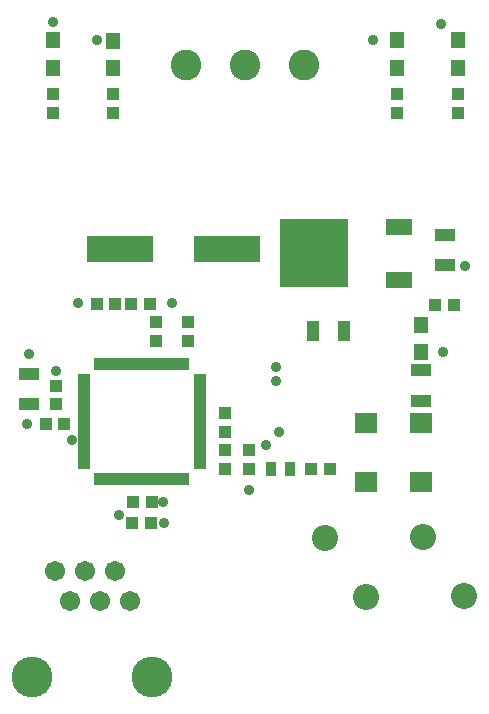
<source format=gts>
%FSLAX44Y44*%
%MOMM*%
G71*
G01*
G75*
G04 Layer_Color=8388736*
%ADD10R,0.9000X0.8000*%
%ADD11R,0.8000X0.9000*%
%ADD12R,1.5000X0.8000*%
%ADD13R,0.8000X1.5000*%
%ADD14R,1.6800X1.5600*%
%ADD15R,0.7000X0.9500*%
%ADD16R,0.8000X0.8000*%
%ADD17R,0.8000X0.8000*%
%ADD18R,5.6000X5.6000*%
%ADD19R,2.0000X1.2000*%
%ADD20R,5.5000X2.0000*%
%ADD21R,0.8500X0.3000*%
%ADD22R,0.3000X0.8500*%
%ADD23R,1.1000X1.2500*%
%ADD24C,1.0000*%
%ADD25C,0.5080*%
%ADD26C,0.2540*%
%ADD27C,0.5000*%
%ADD28C,2.0000*%
%ADD29C,3.2500*%
%ADD30C,1.5000*%
%ADD31C,2.4000*%
%ADD32C,0.7000*%
%ADD33C,0.7100*%
%ADD34C,0.2000*%
%ADD35C,0.1000*%
%ADD36C,0.2500*%
%ADD37C,0.1800*%
%ADD38C,0.3000*%
%ADD39R,1.1032X1.0032*%
%ADD40R,1.0032X1.1032*%
%ADD41R,1.7032X1.0032*%
%ADD42R,1.0032X1.7032*%
%ADD43R,1.8832X1.7632*%
%ADD44R,0.9032X1.1532*%
%ADD45R,1.0032X1.0032*%
%ADD46R,1.0032X1.0032*%
%ADD47R,5.8032X5.8032*%
%ADD48R,2.2032X1.4032*%
%ADD49R,5.7032X2.2032*%
%ADD50R,1.0532X0.5032*%
%ADD51R,0.5032X1.0532*%
%ADD52R,1.3032X1.4532*%
%ADD53C,2.2032*%
%ADD54C,3.4532*%
%ADD55C,1.7032*%
%ADD56C,2.6032*%
%ADD57C,0.9032*%
%ADD58C,0.9132*%
D39*
X126500Y307000D02*
D03*
Y323000D02*
D03*
X185250Y246250D02*
D03*
Y230250D02*
D03*
X153500Y307000D02*
D03*
Y323000D02*
D03*
X185250Y198750D02*
D03*
Y214750D02*
D03*
X41750Y253250D02*
D03*
Y269250D02*
D03*
X205000Y198750D02*
D03*
Y214750D02*
D03*
D40*
X122250Y153000D02*
D03*
X106250D02*
D03*
X49000Y236250D02*
D03*
X33000D02*
D03*
X121250Y338500D02*
D03*
X105250D02*
D03*
X76250D02*
D03*
X92250D02*
D03*
X258000Y198750D02*
D03*
X274000D02*
D03*
D41*
X19250Y279250D02*
D03*
X19250Y253250D02*
D03*
X351000Y282000D02*
D03*
X351000Y256000D02*
D03*
X371000Y371000D02*
D03*
X371000Y397000D02*
D03*
D42*
X285500Y315750D02*
D03*
X259500Y315750D02*
D03*
D43*
X351000Y187750D02*
D03*
Y237750D02*
D03*
X304250Y187750D02*
D03*
Y237750D02*
D03*
D44*
X240000Y198750D02*
D03*
X223500D02*
D03*
D45*
X382270Y500000D02*
D03*
Y516000D02*
D03*
X330200Y500000D02*
D03*
Y516000D02*
D03*
X90170Y500000D02*
D03*
Y516000D02*
D03*
X39370Y500000D02*
D03*
Y516000D02*
D03*
D46*
X122750Y170250D02*
D03*
X106750D02*
D03*
X378500Y337000D02*
D03*
X362500D02*
D03*
D47*
X260250Y381250D02*
D03*
D48*
X332250Y403750D02*
D03*
Y358750D02*
D03*
D49*
X186250Y384500D02*
D03*
X96250D02*
D03*
D50*
X65300Y201260D02*
D03*
Y206260D02*
D03*
Y211260D02*
D03*
Y216260D02*
D03*
Y221260D02*
D03*
Y226260D02*
D03*
Y231260D02*
D03*
Y236260D02*
D03*
Y241260D02*
D03*
Y246260D02*
D03*
Y251260D02*
D03*
Y256260D02*
D03*
Y261260D02*
D03*
Y266260D02*
D03*
Y271260D02*
D03*
Y276260D02*
D03*
X163800D02*
D03*
Y271260D02*
D03*
Y266260D02*
D03*
Y261260D02*
D03*
Y256260D02*
D03*
Y251260D02*
D03*
Y246260D02*
D03*
Y241260D02*
D03*
Y236260D02*
D03*
Y231260D02*
D03*
Y226260D02*
D03*
Y221260D02*
D03*
Y216260D02*
D03*
Y211260D02*
D03*
Y206260D02*
D03*
Y201260D02*
D03*
D51*
X76800Y287760D02*
D03*
X81800Y287760D02*
D03*
X86800D02*
D03*
X91800D02*
D03*
X96800D02*
D03*
X101800D02*
D03*
X106800D02*
D03*
X111800D02*
D03*
X116800D02*
D03*
X121800D02*
D03*
X126800D02*
D03*
X131800D02*
D03*
X136800D02*
D03*
X141800D02*
D03*
X146800D02*
D03*
X151800D02*
D03*
X151800Y189760D02*
D03*
X146800D02*
D03*
X141800D02*
D03*
X136800D02*
D03*
X131800D02*
D03*
X126800D02*
D03*
X121800D02*
D03*
X116800D02*
D03*
X111800D02*
D03*
X106800D02*
D03*
X101800D02*
D03*
X96800D02*
D03*
X91800D02*
D03*
X86800D02*
D03*
X81800D02*
D03*
X76800D02*
D03*
D52*
X351000Y297250D02*
D03*
X351000Y320750D02*
D03*
X39370Y538160D02*
D03*
X39370Y561660D02*
D03*
X90170Y561280D02*
D03*
X90170Y537780D02*
D03*
X330200Y538160D02*
D03*
X330200Y561660D02*
D03*
X382270D02*
D03*
X382270Y538160D02*
D03*
D53*
X387500Y91000D02*
D03*
X352500Y141000D02*
D03*
X269750Y140250D02*
D03*
X304750Y90250D02*
D03*
D54*
X123190Y22810D02*
D03*
X21590D02*
D03*
D55*
X66090Y111810D02*
D03*
X78790Y86410D02*
D03*
X53390D02*
D03*
X40690Y111810D02*
D03*
X91490D02*
D03*
X104190Y86410D02*
D03*
D56*
X151930Y541020D02*
D03*
X201930D02*
D03*
X251930D02*
D03*
D57*
X140250Y339250D02*
D03*
X60250Y338750D02*
D03*
X228250Y272750D02*
D03*
Y285000D02*
D03*
X17500Y236500D02*
D03*
X41500Y281500D02*
D03*
X388000Y370750D02*
D03*
X369500Y297500D02*
D03*
X39250Y577250D02*
D03*
X76500Y561750D02*
D03*
X367750Y575500D02*
D03*
X310250Y562000D02*
D03*
X132500Y170250D02*
D03*
X55503Y223011D02*
D03*
X19000Y295750D02*
D03*
X205000Y180500D02*
D03*
X133500Y153000D02*
D03*
X230750Y229750D02*
D03*
X219750Y219000D02*
D03*
D58*
X95250Y159500D02*
D03*
M02*

</source>
